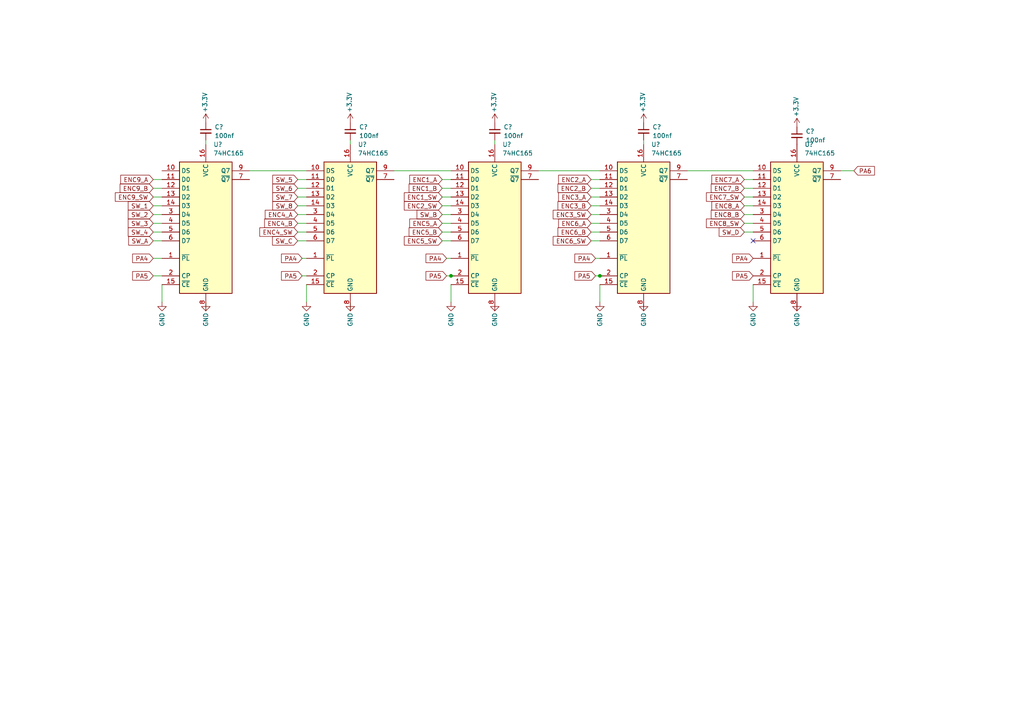
<source format=kicad_sch>
(kicad_sch (version 20250114) (generator "eeschema") (generator_version "9.0")
  (paper "A4")
  (lib_symbols
    (symbol "74xx:74HC165"
      (property "Reference" "U" (at -7.62 19.05 0))
      (property "Value" "74HC165" (at -7.62 -21.59 0))
      (symbol "74HC165_1_0"
        (pin input line (at -12.7 15.24 0) (length 5.08) (name "DS") (number "10"))
        (pin input line (at -12.7 12.7 0) (length 5.08) (name "D0") (number "11"))
        (pin input line (at -12.7 10.16 0) (length 5.08) (name "D1") (number "12"))
        (pin input line (at -12.7 7.62 0) (length 5.08) (name "D2") (number "13"))
        (pin input line (at -12.7 5.08 0) (length 5.08) (name "D3") (number "14"))
        (pin input line (at -12.7 2.54 0) (length 5.08) (name "D4") (number "3"))
        (pin input line (at -12.7 0 0) (length 5.08) (name "D5") (number "4"))
        (pin input line (at -12.7 -2.54 0) (length 5.08) (name "D6") (number "5"))
        (pin input line (at -12.7 -5.08 0) (length 5.08) (name "D7") (number "6"))
        (pin input line (at -12.7 -10.16 0) (length 5.08) (name "~{PL}") (number "1"))
        (pin input line (at -12.7 -15.24 0) (length 5.08) (name "CP") (number "2"))
        (pin input line (at -12.7 -17.78 0) (length 5.08) (name "~{CE}") (number "15"))
        (pin power_in line (at 0 22.86 270) (length 5.08) (name "VCC") (number "16"))
        (pin power_in line (at 0 -25.4 90) (length 5.08) (name "GND") (number "8"))
        (pin output line (at 12.7 15.24 180) (length 5.08) (name "Q7") (number "9"))
        (pin output line (at 12.7 12.7 180) (length 5.08) (name "~{Q7}") (number "7"))
      )
      (symbol "74HC165_1_1"
        (rectangle (start -7.62 17.78) (end 7.62 -20.32) (stroke (width 0.254)) (fill (type background)))
      )
    )
    (symbol "Device:C_Small" (pin_numbers (hide yes)) (pin_names (offset 0.254) (hide yes))
      (property "Reference" "C" (at 0.254 1.778 0))
      (property "Value" "C_Small" (at 0.254 -2.032 0))
      (symbol "C_Small_0_1"
        (polyline (pts (xy -1.524 0.508) (xy 1.524 0.508)) (stroke (width 0.3048)))
        (polyline (pts (xy -1.524 -0.508) (xy 1.524 -0.508)) (stroke (width 0.3302)))
      )
      (symbol "C_Small_1_1"
        (pin passive line (at 0 2.54 270) (length 2.032) (name "~") (number "1"))
        (pin passive line (at 0 -2.54 90) (length 2.032) (name "~") (number "2"))
      )
    )
    (symbol "power:+3.3V" (power) (pin_names (offset 0))
      (property "Value" "+3.3V" (at 0 3.556 0))
      (symbol "+3.3V_0_1"
        (polyline (pts (xy -0.762 1.27) (xy 0 2.54)))
        (polyline (pts (xy 0 2.54) (xy 0.762 1.27)))
        (polyline (pts (xy 0 0) (xy 0 2.54)))
      )
      (symbol "+3.3V_1_1"
        (pin power_in line (at 0 0 90) (length 0) (hide yes) (name "+3.3V") (number "1"))
      )
    )
    (symbol "power:GND" (power) (pin_names (offset 0))
      (property "Value" "GND" (at 0 -3.81 0))
      (symbol "GND_0_1"
        (polyline (pts (xy 0 0) (xy 0 -1.27) (xy 1.27 -1.27) (xy 0 -2.54) (xy -1.27 -1.27) (xy 0 -1.27)))
      )
      (symbol "GND_1_1"
        (pin power_in line (at 0 0 270) (length 0) (hide yes) (name "GND") (number "1"))
      )
    )
  )
  (junction (at 130.81 80.01))
  (junction (at 173.99 80.01))
  (no_connect (at 218.44 69.85))
  (wire (pts (xy 86.36 69.85) (xy 88.9 69.85)))
  (wire (pts (xy 186.69 40.64) (xy 186.69 41.91)))
  (wire (pts (xy 199.39 49.53) (xy 218.44 49.53)))
  (wire (pts (xy 128.27 67.31) (xy 130.81 67.31)))
  (wire (pts (xy 156.21 49.53) (xy 173.99 49.53)))
  (wire (pts (xy 86.36 59.69) (xy 88.9 59.69)))
  (wire (pts (xy 172.72 80.01) (xy 173.99 80.01)))
  (wire (pts (xy 215.9 54.61) (xy 218.44 54.61)))
  (wire (pts (xy 171.45 62.23) (xy 173.99 62.23)))
  (wire (pts (xy 128.27 69.85) (xy 130.81 69.85)))
  (wire (pts (xy 171.45 54.61) (xy 173.99 54.61)))
  (wire (pts (xy 218.44 82.55) (xy 218.44 87.63)))
  (wire (pts (xy 128.27 54.61) (xy 130.81 54.61)))
  (wire (pts (xy 46.99 82.55) (xy 46.99 87.63)))
  (wire (pts (xy 87.63 80.01) (xy 88.9 80.01)))
  (wire (pts (xy 171.45 57.15) (xy 173.99 57.15)))
  (wire (pts (xy 114.3 49.53) (xy 130.81 49.53)))
  (wire (pts (xy 59.69 40.64) (xy 59.69 41.91)))
  (wire (pts (xy 215.9 52.07) (xy 218.44 52.07)))
  (wire (pts (xy 143.51 40.64) (xy 143.51 41.91)))
  (wire (pts (xy 44.45 59.69) (xy 46.99 59.69)))
  (wire (pts (xy 128.27 64.77) (xy 130.81 64.77)))
  (wire (pts (xy 101.6 40.64) (xy 101.6 41.91)))
  (wire (pts (xy 44.45 80.01) (xy 46.99 80.01)))
  (wire (pts (xy 44.45 74.93) (xy 46.99 74.93)))
  (wire (pts (xy 44.45 69.85) (xy 46.99 69.85)))
  (wire (pts (xy 172.72 74.93) (xy 173.99 74.93)))
  (wire (pts (xy 87.63 74.93) (xy 88.9 74.93)))
  (wire (pts (xy 243.84 49.53) (xy 247.65 49.53)))
  (wire (pts (xy 128.27 57.15) (xy 130.81 57.15)))
  (wire (pts (xy 86.36 54.61) (xy 88.9 54.61)))
  (wire (pts (xy 86.36 57.15) (xy 88.9 57.15)))
  (wire (pts (xy 86.36 64.77) (xy 88.9 64.77)))
  (wire (pts (xy 86.36 52.07) (xy 88.9 52.07)))
  (wire (pts (xy 215.9 59.69) (xy 218.44 59.69)))
  (wire (pts (xy 215.9 62.23) (xy 218.44 62.23)))
  (wire (pts (xy 86.36 67.31) (xy 88.9 67.31)))
  (wire (pts (xy 44.45 67.31) (xy 46.99 67.31)))
  (wire (pts (xy 44.45 57.15) (xy 46.99 57.15)))
  (wire (pts (xy 128.27 52.07) (xy 130.81 52.07)))
  (wire (pts (xy 44.45 52.07) (xy 46.99 52.07)))
  (wire (pts (xy 86.36 62.23) (xy 88.9 62.23)))
  (wire (pts (xy 101.6 87.63) (xy 101.6 90.17)))
  (wire (pts (xy 129.54 74.93) (xy 130.81 74.93)))
  (wire (pts (xy 44.45 64.77) (xy 46.99 64.77)))
  (wire (pts (xy 72.39 49.53) (xy 88.9 49.53)))
  (wire (pts (xy 215.9 67.31) (xy 218.44 67.31)))
  (wire (pts (xy 88.9 82.55) (xy 88.9 87.63)))
  (wire (pts (xy 59.69 87.63) (xy 59.69 90.17)))
  (wire (pts (xy 171.45 59.69) (xy 173.99 59.69)))
  (wire (pts (xy 128.27 62.23) (xy 130.81 62.23)))
  (wire (pts (xy 129.54 80.01) (xy 130.81 80.01)))
  (wire (pts (xy 215.9 57.15) (xy 218.44 57.15)))
  (wire (pts (xy 171.45 69.85) (xy 173.99 69.85)))
  (wire (pts (xy 171.45 64.77) (xy 173.99 64.77)))
  (wire (pts (xy 128.27 59.69) (xy 130.81 59.69)))
  (wire (pts (xy 130.81 80.01) (xy 132.08 80.01)))
  (wire (pts (xy 44.45 54.61) (xy 46.99 54.61)))
  (wire (pts (xy 173.99 82.55) (xy 173.99 87.63)))
  (wire (pts (xy 171.45 67.31) (xy 173.99 67.31)))
  (wire (pts (xy 173.99 80.01) (xy 175.26 80.01)))
  (wire (pts (xy 171.45 52.07) (xy 173.99 52.07)))
  (wire (pts (xy 44.45 62.23) (xy 46.99 62.23)))
  (wire (pts (xy 130.81 82.55) (xy 130.81 87.63)))
  (wire (pts (xy 215.9 64.77) (xy 218.44 64.77)))
  (global_label "PA5" (shape input) (at 87.63 80.01 180) (property "Intersheetrefs" "${INTERSHEET_REFS}" (effects (hide yes))))
  (global_label "ENC5_SW" (shape input) (at 128.27 69.85 180) (property "Intersheetrefs" "${INTERSHEET_REFS}" (effects (hide yes))))
  (global_label "ENC1_SW" (shape input) (at 128.27 57.15 180) (property "Intersheetrefs" "${INTERSHEET_REFS}" (effects (hide yes))))
  (global_label "ENC1_B" (shape input) (at 128.27 54.61 180) (property "Intersheetrefs" "${INTERSHEET_REFS}" (effects (hide yes))))
  (global_label "ENC9_SW" (shape input) (at 44.45 57.15 180) (property "Intersheetrefs" "${INTERSHEET_REFS}" (effects (hide yes))))
  (global_label "PA6" (shape input) (at 247.65 49.53 0) (property "Intersheetrefs" "${INTERSHEET_REFS}" (effects (hide yes))))
  (global_label "ENC8_SW" (shape input) (at 215.9 64.77 180) (property "Intersheetrefs" "${INTERSHEET_REFS}" (effects (hide yes))))
  (global_label "PA5" (shape input) (at 129.54 80.01 180) (property "Intersheetrefs" "${INTERSHEET_REFS}" (effects (hide yes))))
  (global_label "ENC7_A" (shape input) (at 215.9 52.07 180) (property "Intersheetrefs" "${INTERSHEET_REFS}" (effects (hide yes))))
  (global_label "ENC1_A" (shape input) (at 128.27 52.07 180) (property "Intersheetrefs" "${INTERSHEET_REFS}" (effects (hide yes))))
  (global_label "ENC7_SW" (shape input) (at 215.9 57.15 180) (property "Intersheetrefs" "${INTERSHEET_REFS}" (effects (hide yes))))
  (global_label "ENC3_B" (shape input) (at 171.45 59.69 180) (property "Intersheetrefs" "${INTERSHEET_REFS}" (effects (hide yes))))
  (global_label "ENC4_SW" (shape input) (at 86.36 67.31 180) (property "Intersheetrefs" "${INTERSHEET_REFS}" (effects (hide yes))))
  (global_label "SW_B" (shape input) (at 128.27 62.23 180) (property "Intersheetrefs" "${INTERSHEET_REFS}" (effects (hide yes))))
  (global_label "ENC5_B" (shape input) (at 128.27 67.31 180) (property "Intersheetrefs" "${INTERSHEET_REFS}" (effects (hide yes))))
  (global_label "SW_D" (shape input) (at 215.9 67.31 180) (property "Intersheetrefs" "${INTERSHEET_REFS}" (effects (hide yes))))
  (global_label "SW_C" (shape input) (at 86.36 69.85 180) (property "Intersheetrefs" "${INTERSHEET_REFS}" (effects (hide yes))))
  (global_label "ENC8_B" (shape input) (at 215.9 62.23 180) (property "Intersheetrefs" "${INTERSHEET_REFS}" (effects (hide yes))))
  (global_label "ENC3_A" (shape input) (at 171.45 57.15 180) (property "Intersheetrefs" "${INTERSHEET_REFS}" (effects (hide yes))))
  (global_label "SW_1" (shape input) (at 44.45 59.69 180) (property "Intersheetrefs" "${INTERSHEET_REFS}" (effects (hide yes))))
  (global_label "ENC6_A" (shape input) (at 171.45 64.77 180) (property "Intersheetrefs" "${INTERSHEET_REFS}" (effects (hide yes))))
  (global_label "SW_4" (shape input) (at 44.45 67.31 180) (property "Intersheetrefs" "${INTERSHEET_REFS}" (effects (hide yes))))
  (global_label "ENC9_B" (shape input) (at 44.45 54.61 180) (property "Intersheetrefs" "${INTERSHEET_REFS}" (effects (hide yes))))
  (global_label "SW_8" (shape input) (at 86.36 59.69 180) (property "Intersheetrefs" "${INTERSHEET_REFS}" (effects (hide yes))))
  (global_label "ENC4_A" (shape input) (at 86.36 62.23 180) (property "Intersheetrefs" "${INTERSHEET_REFS}" (effects (hide yes))))
  (global_label "SW_5" (shape input) (at 86.36 52.07 180) (property "Intersheetrefs" "${INTERSHEET_REFS}" (effects (hide yes))))
  (global_label "ENC4_B" (shape input) (at 86.36 64.77 180) (property "Intersheetrefs" "${INTERSHEET_REFS}" (effects (hide yes))))
  (global_label "ENC2_B" (shape input) (at 171.45 54.61 180) (property "Intersheetrefs" "${INTERSHEET_REFS}" (effects (hide yes))))
  (global_label "ENC6_SW" (shape input) (at 171.45 69.85 180) (property "Intersheetrefs" "${INTERSHEET_REFS}" (effects (hide yes))))
  (global_label "ENC5_A" (shape input) (at 128.27 64.77 180) (property "Intersheetrefs" "${INTERSHEET_REFS}" (effects (hide yes))))
  (global_label "SW_6" (shape input) (at 86.36 54.61 180) (property "Intersheetrefs" "${INTERSHEET_REFS}" (effects (hide yes))))
  (global_label "SW_A" (shape input) (at 44.45 69.85 180) (property "Intersheetrefs" "${INTERSHEET_REFS}" (effects (hide yes))))
  (global_label "SW_7" (shape input) (at 86.36 57.15 180) (property "Intersheetrefs" "${INTERSHEET_REFS}" (effects (hide yes))))
  (global_label "ENC2_A" (shape input) (at 171.45 52.07 180) (property "Intersheetrefs" "${INTERSHEET_REFS}" (effects (hide yes))))
  (global_label "PA5" (shape input) (at 172.72 80.01 180) (property "Intersheetrefs" "${INTERSHEET_REFS}" (effects (hide yes))))
  (global_label "PA4" (shape input) (at 129.54 74.93 180) (property "Intersheetrefs" "${INTERSHEET_REFS}" (effects (hide yes))))
  (global_label "ENC9_A" (shape input) (at 44.45 52.07 180) (property "Intersheetrefs" "${INTERSHEET_REFS}" (effects (hide yes))))
  (global_label "PA4" (shape input) (at 172.72 74.93 180) (property "Intersheetrefs" "${INTERSHEET_REFS}" (effects (hide yes))))
  (global_label "ENC6_B" (shape input) (at 171.45 67.31 180) (property "Intersheetrefs" "${INTERSHEET_REFS}" (effects (hide yes))))
  (global_label "PA4" (shape input) (at 44.45 74.93 180) (property "Intersheetrefs" "${INTERSHEET_REFS}" (effects (hide yes))))
  (global_label "ENC2_SW" (shape input) (at 128.27 59.69 180) (property "Intersheetrefs" "${INTERSHEET_REFS}" (effects (hide yes))))
  (global_label "SW_3" (shape input) (at 44.45 64.77 180) (property "Intersheetrefs" "${INTERSHEET_REFS}" (effects (hide yes))))
  (global_label "PA5" (shape input) (at 44.45 80.01 180) (property "Intersheetrefs" "${INTERSHEET_REFS}" (effects (hide yes))))
  (global_label "ENC3_SW" (shape input) (at 171.45 62.23 180) (property "Intersheetrefs" "${INTERSHEET_REFS}" (effects (hide yes))))
  (global_label "ENC8_A" (shape input) (at 215.9 59.69 180) (property "Intersheetrefs" "${INTERSHEET_REFS}" (effects (hide yes))))
  (global_label "SW_2" (shape input) (at 44.45 62.23 180) (property "Intersheetrefs" "${INTERSHEET_REFS}" (effects (hide yes))))
  (global_label "PA5" (shape input) (at 218.44 80.01 180) (property "Intersheetrefs" "${INTERSHEET_REFS}" (effects (hide yes))))
  (global_label "PA4" (shape input) (at 87.63 74.93 180) (property "Intersheetrefs" "${INTERSHEET_REFS}" (effects (hide yes))))
  (global_label "ENC7_B" (shape input) (at 215.9 54.61 180) (property "Intersheetrefs" "${INTERSHEET_REFS}" (effects (hide yes))))
  (global_label "PA4" (shape input) (at 218.44 74.93 180) (property "Intersheetrefs" "${INTERSHEET_REFS}" (effects (hide yes))))
  (symbol (lib_id "74xx:74HC165") (at 101.6 64.77 0) (unit 1)
    (property "Reference" "U?" (at 103.7941 41.91 0) (effects (justify left)))
    (property "Value" "74HC165" (at 103.7941 44.45 0) (effects (justify left)))
    (property "Datasheet" "https://assets.nexperia.com/documents/data-sheet/74HC_HCT165.pdf" (effects (hide yes)))
    (property "Description" "Shift Register, 8-bit, Parallel Load" (effects (hide yes)))
  )
  (symbol (lib_id "Device:C_Small") (at 59.69 38.1 0) (unit 1)
    (property "Reference" "C?" (at 62.23 36.8362 0) (effects (justify left)))
    (property "Value" "100nf" (at 62.23 39.3762 0) (effects (justify left)))
    (property "Description" "Unpolarized capacitor, small symbol" (effects (hide yes)))
  )
  (symbol (lib_id "power:+3.3V") (at 59.69 35.56 0) (mirror y) (unit 1)
    (property "Reference" "#PWR?" (effects (hide yes)))
    (property "Value" "+3.3V" (at 59.436 29.718 90))
  )
  (symbol (lib_id "power:GND") (at 130.81 87.63 0) (mirror y) (unit 1)
    (property "Reference" "#PWR?" (effects (hide yes)))
    (property "Value" "GND" (at 130.81 92.71 90))
  )
  (symbol (lib_id "power:GND") (at 101.6 87.63 0) (mirror y) (unit 1)
    (property "Reference" "#PWR?" (effects (hide yes)))
    (property "Value" "GND" (at 101.6 92.71 90))
  )
  (symbol (lib_id "power:GND") (at 59.69 87.63 0) (mirror y) (unit 1)
    (property "Reference" "#PWR?" (effects (hide yes)))
    (property "Value" "GND" (at 59.69 92.71 90))
  )
  (symbol (lib_id "74xx:74HC165") (at 59.69 64.77 0) (unit 1)
    (property "Reference" "U?" (at 61.8841 41.91 0) (effects (justify left)))
    (property "Value" "74HC165" (at 61.8841 44.45 0) (effects (justify left)))
    (property "Datasheet" "https://assets.nexperia.com/documents/data-sheet/74HC_HCT165.pdf" (effects (hide yes)))
    (property "Description" "Shift Register, 8-bit, Parallel Load" (effects (hide yes)))
  )
  (symbol (lib_id "Device:C_Small") (at 231.14 39.37 0) (unit 1)
    (property "Reference" "C?" (at 233.68 38.1062 0) (effects (justify left)))
    (property "Value" "100nf" (at 233.68 40.6462 0) (effects (justify left)))
    (property "Description" "Unpolarized capacitor, small symbol" (effects (hide yes)))
  )
  (symbol (lib_id "power:GND") (at 143.51 87.63 0) (mirror y) (unit 1)
    (property "Reference" "#PWR?" (effects (hide yes)))
    (property "Value" "GND" (at 143.51 92.71 90))
  )
  (symbol (lib_id "power:GND") (at 46.99 87.63 0) (mirror y) (unit 1)
    (property "Reference" "#PWR?" (effects (hide yes)))
    (property "Value" "GND" (at 46.99 92.71 90))
  )
  (symbol (lib_id "power:+3.3V") (at 186.69 35.56 0) (mirror y) (unit 1)
    (property "Reference" "#PWR?" (effects (hide yes)))
    (property "Value" "+3.3V" (at 186.436 29.718 90))
  )
  (symbol (lib_id "power:+3.3V") (at 231.14 36.83 0) (mirror y) (unit 1)
    (property "Reference" "#PWR?" (effects (hide yes)))
    (property "Value" "+3.3V" (at 230.886 30.988 90))
  )
  (symbol (lib_id "power:+3.3V") (at 101.6 35.56 0) (mirror y) (unit 1)
    (property "Reference" "#PWR?" (effects (hide yes)))
    (property "Value" "+3.3V" (at 101.346 29.718 90))
  )
  (symbol (lib_id "Device:C_Small") (at 143.51 38.1 0) (unit 1)
    (property "Reference" "C?" (at 146.05 36.8362 0) (effects (justify left)))
    (property "Value" "100nf" (at 146.05 39.3762 0) (effects (justify left)))
    (property "Description" "Unpolarized capacitor, small symbol" (effects (hide yes)))
  )
  (symbol (lib_id "power:GND") (at 218.44 87.63 0) (mirror y) (unit 1)
    (property "Reference" "#PWR?" (effects (hide yes)))
    (property "Value" "GND" (at 218.44 92.71 90))
  )
  (symbol (lib_id "Device:C_Small") (at 101.6 38.1 0) (unit 1)
    (property "Reference" "C?" (at 104.14 36.8362 0) (effects (justify left)))
    (property "Value" "100nf" (at 104.14 39.3762 0) (effects (justify left)))
    (property "Description" "Unpolarized capacitor, small symbol" (effects (hide yes)))
  )
  (symbol (lib_id "74xx:74HC165") (at 231.14 64.77 0) (unit 1)
    (property "Reference" "U?" (at 233.3341 41.91 0) (effects (justify left)))
    (property "Value" "74HC165" (at 233.3341 44.45 0) (effects (justify left)))
    (property "Datasheet" "https://assets.nexperia.com/documents/data-sheet/74HC_HCT165.pdf" (effects (hide yes)))
    (property "Description" "Shift Register, 8-bit, Parallel Load" (effects (hide yes)))
  )
  (symbol (lib_id "power:GND") (at 173.99 87.63 0) (mirror y) (unit 1)
    (property "Reference" "#PWR?" (effects (hide yes)))
    (property "Value" "GND" (at 173.99 92.71 90))
  )
  (symbol (lib_id "power:GND") (at 88.9 87.63 0) (mirror y) (unit 1)
    (property "Reference" "#PWR?" (effects (hide yes)))
    (property "Value" "GND" (at 88.9 92.71 90))
  )
  (symbol (lib_id "power:GND") (at 231.14 87.63 0) (mirror y) (unit 1)
    (property "Reference" "#PWR?" (effects (hide yes)))
    (property "Value" "GND" (at 231.14 92.71 90))
  )
  (symbol (lib_id "74xx:74HC165") (at 186.69 64.77 0) (unit 1)
    (property "Reference" "U?" (at 188.8841 41.91 0) (effects (justify left)))
    (property "Value" "74HC165" (at 188.8841 44.45 0) (effects (justify left)))
    (property "Datasheet" "https://assets.nexperia.com/documents/data-sheet/74HC_HCT165.pdf" (effects (hide yes)))
    (property "Description" "Shift Register, 8-bit, Parallel Load" (effects (hide yes)))
  )
  (symbol (lib_id "power:+3.3V") (at 143.51 35.56 0) (mirror y) (unit 1)
    (property "Reference" "#PWR?" (effects (hide yes)))
    (property "Value" "+3.3V" (at 143.256 29.718 90))
  )
  (symbol (lib_id "74xx:74HC165") (at 143.51 64.77 0) (unit 1)
    (property "Reference" "U?" (at 145.7041 41.91 0) (effects (justify left)))
    (property "Value" "74HC165" (at 145.7041 44.45 0) (effects (justify left)))
    (property "Datasheet" "https://assets.nexperia.com/documents/data-sheet/74HC_HCT165.pdf" (effects (hide yes)))
    (property "Description" "Shift Register, 8-bit, Parallel Load" (effects (hide yes)))
  )
  (symbol (lib_id "Device:C_Small") (at 186.69 38.1 0) (unit 1)
    (property "Reference" "C?" (at 189.23 36.8362 0) (effects (justify left)))
    (property "Value" "100nf" (at 189.23 39.3762 0) (effects (justify left)))
    (property "Description" "Unpolarized capacitor, small symbol" (effects (hide yes)))
  )
  (symbol (lib_id "power:GND") (at 186.69 87.63 0) (mirror y) (unit 1)
    (property "Reference" "#PWR?" (effects (hide yes)))
    (property "Value" "GND" (at 186.69 92.71 90))
  )
)
</source>
